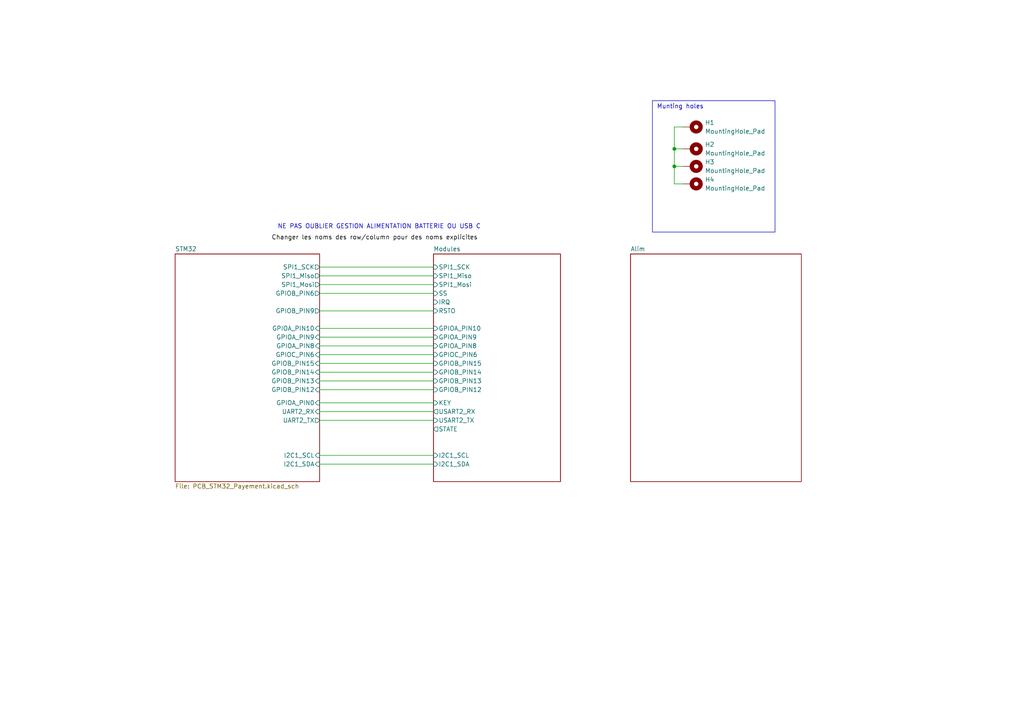
<source format=kicad_sch>
(kicad_sch (version 20250114) (generator "eeschema") (generator_version "9.0")
  (paper "A4")
  (lib_symbols
    (symbol "Mechanical:MountingHole_Pad" (pin_numbers (hide yes)) (pin_names (offset 1.016) (hide yes))
      (property "Reference" "H" (at 0 6.35 0))
      (property "Value" "MountingHole_Pad" (at 0 4.445 0))
      (symbol "MountingHole_Pad_0_1"
        (circle (center 0 1.27) (radius 1.27) (stroke (width 1.27)))
      )
      (symbol "MountingHole_Pad_1_1"
        (pin input line (at 0 -2.54 90) (length 2.54) (name "1") (number "1"))
      )
    )
  )
  (rectangle (start 189.23 29.21) (end 224.79 67.31))
  (text "Munting holes\n" (at 190.5 31.75 0) (effects (font (size 1.27 1.27)) (justify left bottom)))
  (text "NE PAS OUBLIER GESTION ALIMENTATION BATTERIE OU USB C\n" (at 109.982 65.786 0) (effects (font (size 1.27 1.27))))
  (junction (at 195.58 43.18))
  (junction (at 195.58 48.26))
  (wire (pts (xy 198.12 36.83) (xy 195.58 36.83)))
  (wire (pts (xy 198.12 48.26) (xy 195.58 48.26)))
  (wire (pts (xy 92.71 85.09) (xy 125.73 85.09)))
  (wire (pts (xy 92.71 113.03) (xy 125.73 113.03)))
  (wire (pts (xy 92.71 121.92) (xy 125.73 121.92)))
  (wire (pts (xy 195.58 43.18) (xy 198.12 43.18)))
  (wire (pts (xy 92.71 90.17) (xy 125.73 90.17)))
  (wire (pts (xy 92.71 119.38) (xy 125.73 119.38)))
  (wire (pts (xy 92.71 132.08) (xy 125.73 132.08)))
  (wire (pts (xy 195.58 48.26) (xy 195.58 43.18)))
  (wire (pts (xy 92.71 100.33) (xy 125.73 100.33)))
  (wire (pts (xy 92.71 134.62) (xy 125.73 134.62)))
  (wire (pts (xy 92.71 107.95) (xy 125.73 107.95)))
  (wire (pts (xy 92.71 105.41) (xy 125.73 105.41)))
  (wire (pts (xy 195.58 36.83) (xy 195.58 43.18)))
  (wire (pts (xy 92.71 77.47) (xy 125.73 77.47)))
  (wire (pts (xy 92.71 97.79) (xy 125.73 97.79)))
  (wire (pts (xy 198.12 53.34) (xy 195.58 53.34)))
  (wire (pts (xy 92.71 95.25) (xy 125.73 95.25)))
  (wire (pts (xy 92.71 82.55) (xy 125.73 82.55)))
  (wire (pts (xy 92.71 110.49) (xy 125.73 110.49)))
  (wire (pts (xy 92.71 102.87) (xy 125.73 102.87)))
  (wire (pts (xy 195.58 53.34) (xy 195.58 48.26)))
  (wire (pts (xy 92.71 80.01) (xy 125.73 80.01)))
  (wire (pts (xy 92.71 116.84) (xy 125.73 116.84)))
  (label "Changer les noms des row{slash}column pour des noms explicites" (at 78.74 69.85 0))
  (symbol (lib_id "Mechanical:MountingHole_Pad") (at 200.66 53.34 270) (unit 1)
    (property "Reference" "H4" (at 204.47 52.07 90) (effects (justify left)))
    (property "Value" "MountingHole_Pad" (at 204.47 54.61 90) (effects (justify left)))
    (property "Footprint" "MountingHole:MountingHole_2.7mm_M2.5_Pad" (effects (hide yes)))
  )
  (symbol (lib_id "Mechanical:MountingHole_Pad") (at 200.66 43.18 270) (unit 1)
    (property "Reference" "H2" (at 204.47 41.91 90) (effects (justify left)))
    (property "Value" "MountingHole_Pad" (at 204.47 44.45 90) (effects (justify left)))
    (property "Footprint" "MountingHole:MountingHole_2.7mm_M2.5_Pad" (effects (hide yes)))
  )
  (symbol (lib_id "Mechanical:MountingHole_Pad") (at 200.66 36.83 270) (unit 1)
    (property "Reference" "H1" (at 204.47 35.56 90) (effects (justify left)))
    (property "Value" "MountingHole_Pad" (at 204.47 38.1 90) (effects (justify left)))
    (property "Footprint" "MountingHole:MountingHole_2.7mm_M2.5_Pad" (effects (hide yes)))
  )
  (symbol (lib_id "Mechanical:MountingHole_Pad") (at 200.66 48.26 270) (unit 1)
    (property "Reference" "H3" (at 204.47 46.99 90) (effects (justify left)))
    (property "Value" "MountingHole_Pad" (at 204.47 49.53 90) (effects (justify left)))
    (property "Footprint" "MountingHole:MountingHole_2.7mm_M2.5_Pad" (effects (hide yes)))
  )
  (sheet (at 50.8 73.66) (size 41.91 66.04) (stroke (width 0.1524))
    (property "Sheetname" "STM32" (at 50.8 72.9484 0) (effects (justify left bottom)))
    (property "Sheetfile" "PCB_STM32_Payement.kicad_sch" (at 50.8 140.2846 0) (effects (justify left top)))
    (pin "GPIOC_PIN6" input (at 92.71 102.87 0))
    (pin "GPIOA_PIN0" input (at 92.71 116.84 0))
    (pin "UART2_RX" input (at 92.71 119.38 0))
    (pin "UART2_TX" output (at 92.71 121.92 0))
    (pin "GPIOA_PIN10" input (at 92.71 95.25 0))
    (pin "GPIOA_PIN8" input (at 92.71 100.33 0))
    (pin "GPIOA_PIN9" input (at 92.71 97.79 0))
    (pin "I2C1_SDA" input (at 92.71 134.62 0))
    (pin "I2C1_SCL" input (at 92.71 132.08 0))
    (pin "SPI1_Miso" output (at 92.71 80.01 0))
    (pin "SPI1_SCK" output (at 92.71 77.47 0))
    (pin "GPIOB_PIN9" output (at 92.71 90.17 0))
    (pin "GPIOB_PIN15" input (at 92.71 105.41 0))
    (pin "GPIOB_PIN13" input (at 92.71 110.49 0))
    (pin "GPIOB_PIN14" input (at 92.71 107.95 0))
    (pin "GPIOB_PIN12" input (at 92.71 113.03 0))
    (pin "GPIOB_PIN6" output (at 92.71 85.09 0))
    (pin "SPI1_Mosi" output (at 92.71 82.55 0))
  )
  (sheet (at 125.73 73.66) (size 36.83 66.04) (stroke (width 0.1524))
    (property "Sheetname" "Modules" (at 125.73 72.9484 0) (effects (justify left bottom)))
    (property "Sheetfile" "Modules_pcb_caisse.kicad_sch" (effects (hide yes)))
    (pin "GPIOB_PIN13" input (at 125.73 110.49 180))
    (pin "GPIOA_PIN8" input (at 125.73 100.33 180))
    (pin "I2C1_SCL" input (at 125.73 132.08 180))
    (pin "I2C1_SDA" input (at 125.73 134.62 180))
    (pin "GPIOA_PIN10" input (at 125.73 95.25 180))
    (pin "GPIOB_PIN15" input (at 125.73 105.41 180))
    (pin "SPI1_Miso" input (at 125.73 80.01 180))
    (pin "SPI1_Mosi" input (at 125.73 82.55 180))
    (pin "SPI1_SCK" input (at 125.73 77.47 180))
    (pin "USART2_TX" input (at 125.73 121.92 180))
    (pin "USART2_RX" output (at 125.73 119.38 180))
    (pin "GPIOC_PIN6" input (at 125.73 102.87 180))
    (pin "GPIOB_PIN12" input (at 125.73 113.03 180))
    (pin "GPIOA_PIN9" input (at 125.73 97.79 180))
    (pin "GPIOB_PIN14" input (at 125.73 107.95 180))
    (pin "SS" input (at 125.73 85.09 180))
    (pin "IRQ" input (at 125.73 87.63 180))
    (pin "RSTO" input (at 125.73 90.17 180))
    (pin "STATE" output (at 125.73 124.46 180))
    (pin "KEY" input (at 125.73 116.84 180))
  )
  (sheet (at 182.88 73.66) (size 49.53 66.04) (stroke (width 0.1524))
    (property "Sheetname" "Alim" (at 182.88 72.9484 0) (effects (justify left bottom)))
    (property "Sheetfile" "untitled.kicad_sch" (effects (hide yes)))
  )
)
</source>
